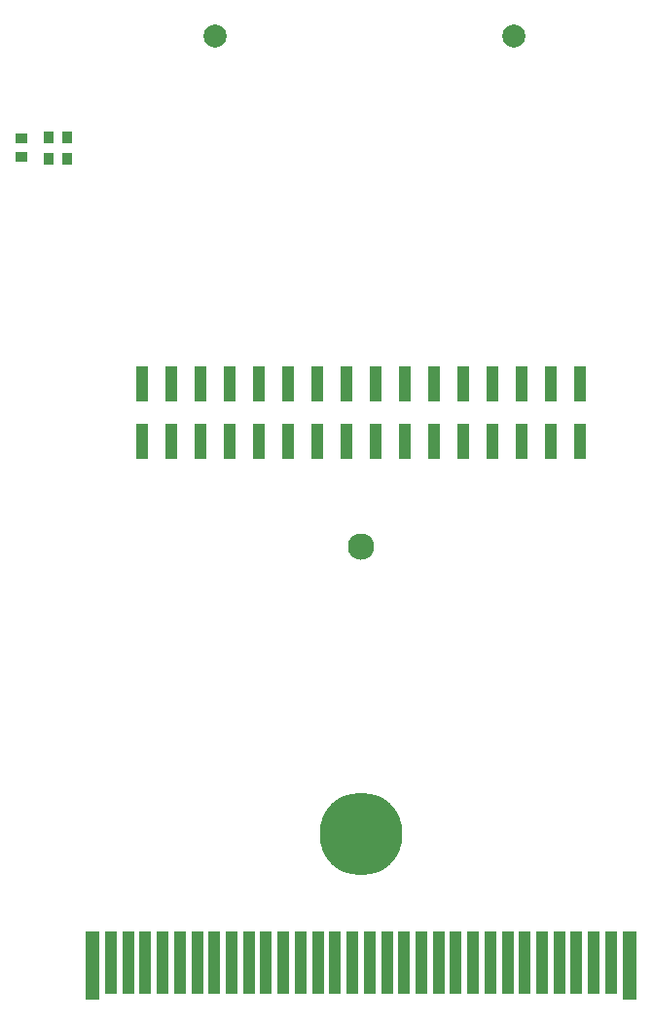
<source format=gts>
G04 #@! TF.GenerationSoftware,KiCad,Pcbnew,(5.1.12)-1*
G04 #@! TF.CreationDate,2023-02-12T19:07:51-08:00*
G04 #@! TF.ProjectId,GB-BRK-CART,47422d42-524b-42d4-9341-52542e6b6963,v1.0*
G04 #@! TF.SameCoordinates,Original*
G04 #@! TF.FileFunction,Soldermask,Top*
G04 #@! TF.FilePolarity,Negative*
%FSLAX46Y46*%
G04 Gerber Fmt 4.6, Leading zero omitted, Abs format (unit mm)*
G04 Created by KiCad (PCBNEW (5.1.12)-1) date 2023-02-12 19:07:51*
%MOMM*%
%LPD*%
G01*
G04 APERTURE LIST*
%ADD10C,2.000000*%
%ADD11C,2.300000*%
%ADD12C,7.200000*%
%ADD13R,1.000000X3.150000*%
%ADD14R,0.820000X1.000000*%
%ADD15R,1.000000X0.820000*%
%ADD16R,1.300000X6.000000*%
%ADD17R,1.000000X5.500000*%
G04 APERTURE END LIST*
D10*
X87330000Y-15258000D03*
X113330000Y-15258000D03*
D11*
X100000000Y-59650000D03*
D12*
X100000000Y-84650000D03*
D13*
X119050000Y-45475000D03*
X119050000Y-50525000D03*
X116510000Y-45475000D03*
X116510000Y-50525000D03*
X113970000Y-45475000D03*
X113970000Y-50525000D03*
X111430000Y-45475000D03*
X111430000Y-50525000D03*
X108890000Y-45475000D03*
X108890000Y-50525000D03*
X106350000Y-45475000D03*
X106350000Y-50525000D03*
X103810000Y-45475000D03*
X103810000Y-50525000D03*
X101270000Y-45475000D03*
X101270000Y-50525000D03*
X98730000Y-45475000D03*
X98730000Y-50525000D03*
X96190000Y-45475000D03*
X96190000Y-50525000D03*
X93650000Y-45475000D03*
X93650000Y-50525000D03*
X91110000Y-45475000D03*
X91110000Y-50525000D03*
X88570000Y-45475000D03*
X88570000Y-50525000D03*
X86030000Y-45475000D03*
X86030000Y-50525000D03*
X83490000Y-45475000D03*
X83490000Y-50525000D03*
X80950000Y-45475000D03*
X80950000Y-50525000D03*
D14*
X72848000Y-24054000D03*
X74448000Y-24054000D03*
D15*
X70448000Y-24154000D03*
X70448000Y-25754000D03*
D16*
X123400000Y-96000000D03*
D17*
X121750000Y-95750000D03*
X120250000Y-95750000D03*
X118750000Y-95750000D03*
X117250000Y-95750000D03*
X115750000Y-95750000D03*
X114250000Y-95750000D03*
X112750000Y-95750000D03*
X111250000Y-95750000D03*
X109750000Y-95750000D03*
X108250000Y-95750000D03*
X106750000Y-95750000D03*
X105250000Y-95750000D03*
X103750000Y-95750000D03*
X102250000Y-95750000D03*
X100750000Y-95750000D03*
X99250000Y-95750000D03*
X97750000Y-95750000D03*
X96250000Y-95750000D03*
X94750000Y-95750000D03*
X93250000Y-95750000D03*
X91750000Y-95750000D03*
X90250000Y-95750000D03*
X88750000Y-95750000D03*
X87250000Y-95750000D03*
X85750000Y-95750000D03*
X84250000Y-95750000D03*
X82750000Y-95750000D03*
X81250000Y-95750000D03*
X79750000Y-95750000D03*
D16*
X76600000Y-96000000D03*
D17*
X78250000Y-95750000D03*
D14*
X74448000Y-25954000D03*
X72848000Y-25954000D03*
M02*

</source>
